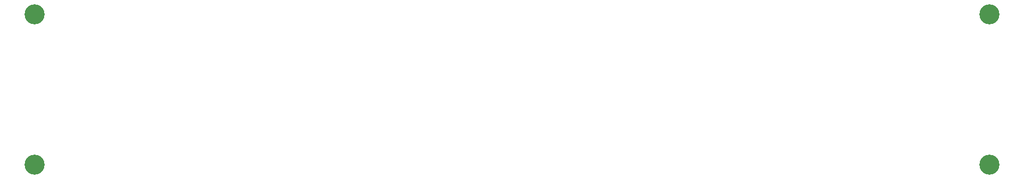
<source format=gbr>
%TF.GenerationSoftware,KiCad,Pcbnew,(7.0.0)*%
%TF.CreationDate,2023-07-13T12:07:19+02:00*%
%TF.ProjectId,RD53B_Quad_6DP_to_ERF8_Data_Adapter,52443533-425f-4517-9561-645f3644505f,V1*%
%TF.SameCoordinates,PX1767f18PY451e560*%
%TF.FileFunction,OtherDrawing,Comment*%
%FSLAX46Y46*%
G04 Gerber Fmt 4.6, Leading zero omitted, Abs format (unit mm)*
G04 Created by KiCad (PCBNEW (7.0.0)) date 2023-07-13 12:07:19*
%MOMM*%
%LPD*%
G01*
G04 APERTURE LIST*
%ADD10C,3.200000*%
G04 APERTURE END LIST*
D10*
%TO.C,*%
X4118000Y3335000D03*
%TD*%
%TO.C,*%
X4118000Y27335000D03*
%TD*%
%TO.C,*%
X156118000Y3335000D03*
%TD*%
%TO.C,*%
X156118000Y27335000D03*
%TD*%
M02*

</source>
